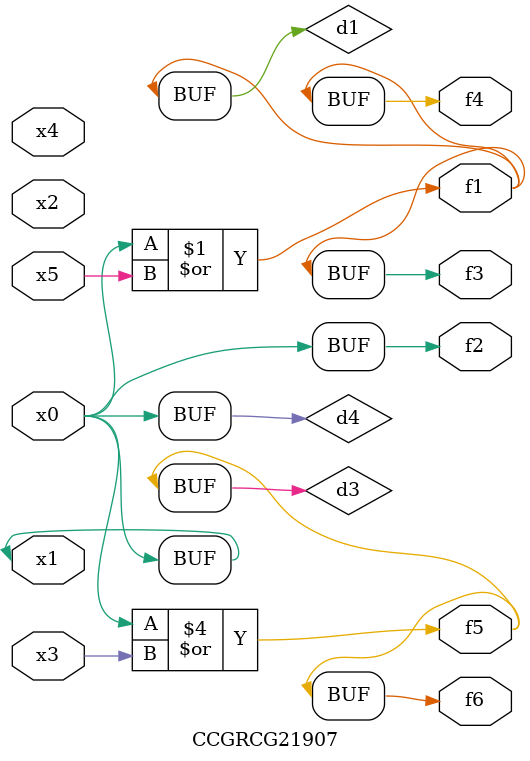
<source format=v>
module CCGRCG21907(
	input x0, x1, x2, x3, x4, x5,
	output f1, f2, f3, f4, f5, f6
);

	wire d1, d2, d3, d4;

	or (d1, x0, x5);
	xnor (d2, x1, x4);
	or (d3, x0, x3);
	buf (d4, x0, x1);
	assign f1 = d1;
	assign f2 = d4;
	assign f3 = d1;
	assign f4 = d1;
	assign f5 = d3;
	assign f6 = d3;
endmodule

</source>
